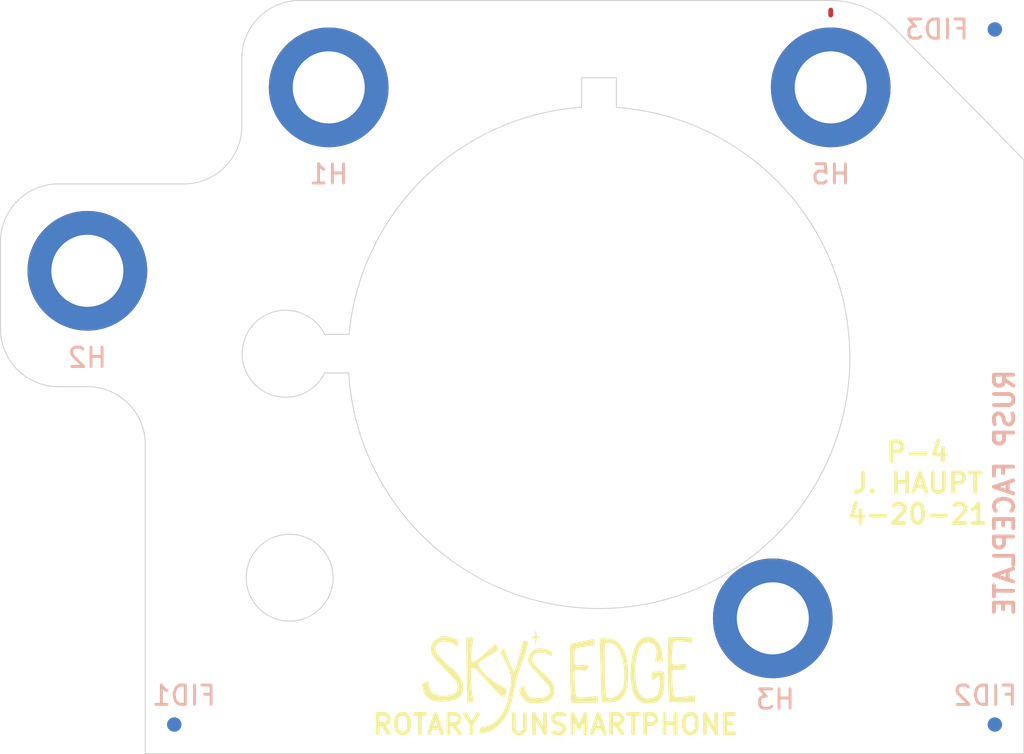
<source format=kicad_pcb>
(kicad_pcb (version 20171130) (host pcbnew 5.1.6+dfsg1-1~bpo10+1)

  (general
    (thickness 1.6)
    (drawings 31)
    (tracks 1)
    (zones 0)
    (modules 8)
    (nets 1)
  )

  (page A4)
  (layers
    (0 F.Cu signal)
    (31 B.Cu signal)
    (32 B.Adhes user)
    (33 F.Adhes user)
    (34 B.Paste user)
    (35 F.Paste user)
    (36 B.SilkS user)
    (37 F.SilkS user)
    (38 B.Mask user)
    (39 F.Mask user)
    (40 Dwgs.User user)
    (41 Cmts.User user hide)
    (42 Eco1.User user)
    (43 Eco2.User user)
    (44 Edge.Cuts user)
    (45 Margin user)
    (46 B.CrtYd user hide)
    (47 F.CrtYd user hide)
    (48 B.Fab user hide)
    (49 F.Fab user hide)
  )

  (setup
    (last_trace_width 0.25)
    (trace_clearance 0.2)
    (zone_clearance 0.508)
    (zone_45_only no)
    (trace_min 0.2)
    (via_size 0.8)
    (via_drill 0.4)
    (via_min_size 0.4)
    (via_min_drill 0.3)
    (uvia_size 0.3)
    (uvia_drill 0.1)
    (uvias_allowed no)
    (uvia_min_size 0.2)
    (uvia_min_drill 0.1)
    (edge_width 0.05)
    (segment_width 0.2)
    (pcb_text_width 0.3)
    (pcb_text_size 1.5 1.5)
    (mod_edge_width 0.12)
    (mod_text_size 1 1)
    (mod_text_width 0.15)
    (pad_size 1.524 1.524)
    (pad_drill 0.762)
    (pad_to_mask_clearance 0.05)
    (aux_axis_origin 144.792 85.68)
    (grid_origin 118.292 81.18)
    (visible_elements FFFFFF7F)
    (pcbplotparams
      (layerselection 0x010fc_ffffffff)
      (usegerberextensions false)
      (usegerberattributes false)
      (usegerberadvancedattributes true)
      (creategerberjobfile true)
      (excludeedgelayer true)
      (linewidth 0.100000)
      (plotframeref false)
      (viasonmask false)
      (mode 1)
      (useauxorigin false)
      (hpglpennumber 1)
      (hpglpenspeed 20)
      (hpglpendiameter 15.000000)
      (psnegative false)
      (psa4output false)
      (plotreference true)
      (plotvalue true)
      (plotinvisibletext false)
      (padsonsilk false)
      (subtractmaskfromsilk false)
      (outputformat 1)
      (mirror false)
      (drillshape 0)
      (scaleselection 1)
      (outputdirectory "Fab/"))
  )

  (net 0 "")

  (net_class Default "This is the default net class."
    (clearance 0.2)
    (trace_width 0.25)
    (via_dia 0.8)
    (via_drill 0.4)
    (uvia_dia 0.3)
    (uvia_drill 0.1)
  )

  (module Fiducial:Fiducial_0.75mm_Dia_1.5mm_Outer (layer B.Cu) (tedit 59FE0228) (tstamp 5FE2BEB8)
    (at 165.292 68.68)
    (descr "Circular Fiducial, 0.75mm bare copper top, 1.5mm keepout (Level B)")
    (tags fiducial)
    (path /602D8B6F)
    (attr smd)
    (fp_text reference FID3 (at -3 0) (layer B.SilkS)
      (effects (font (size 1 1) (thickness 0.15)) (justify mirror))
    )
    (fp_text value Fiducial (at 0 -2) (layer B.Fab)
      (effects (font (size 1 1) (thickness 0.15)) (justify mirror))
    )
    (fp_circle (center 0 0) (end 1 0) (layer B.CrtYd) (width 0.05))
    (fp_circle (center 0 0) (end 0.75 0) (layer B.Fab) (width 0.1))
    (fp_text user %R (at 0 0) (layer B.Fab)
      (effects (font (size 0.3 0.3) (thickness 0.05)) (justify mirror))
    )
    (pad "" smd circle (at 0 0) (size 0.75 0.75) (layers B.Cu B.Mask)
      (solder_mask_margin 0.375) (clearance 0.375))
  )

  (module MyFootprints:SkysEdge_18mm (layer F.Cu) (tedit 0) (tstamp 5FA77D51)
    (at 142.792 101.68)
    (fp_text reference G*** (at 0 0 180) (layer F.SilkS) hide
      (effects (font (size 1.524 1.524) (thickness 0.3)))
    )
    (fp_text value LOGO (at 0.75 0 180) (layer F.SilkS) hide
      (effects (font (size 1.524 1.524) (thickness 0.3)))
    )
    (fp_poly (pts (xy -1.717973 -1.317119) (xy -1.672029 -1.295121) (xy -1.668604 -1.289271) (xy -1.670147 -1.245319)
      (xy -1.687991 -1.157939) (xy -1.719611 -1.035612) (xy -1.762484 -0.886819) (xy -1.814085 -0.720042)
      (xy -1.871889 -0.543761) (xy -1.933374 -0.366458) (xy -1.98578 -0.223569) (xy -2.058535 -0.027433)
      (xy -2.119832 0.147001) (xy -2.173006 0.311495) (xy -2.221393 0.477813) (xy -2.26833 0.657717)
      (xy -2.317153 0.862969) (xy -2.371196 1.105334) (xy -2.398738 1.232568) (xy -2.467249 1.540254)
      (xy -2.530594 1.800019) (xy -2.590913 2.018674) (xy -2.650343 2.203029) (xy -2.711024 2.359895)
      (xy -2.775095 2.496084) (xy -2.822312 2.581413) (xy -2.937212 2.747587) (xy -3.085981 2.920456)
      (xy -3.252538 3.083178) (xy -3.420804 3.218914) (xy -3.451087 3.239892) (xy -3.567528 3.307685)
      (xy -3.695358 3.364947) (xy -3.824946 3.409501) (xy -3.94666 3.439169) (xy -4.050869 3.451777)
      (xy -4.127942 3.445147) (xy -4.168248 3.417103) (xy -4.171839 3.402772) (xy -4.17187 3.306794)
      (xy -4.162137 3.222422) (xy -4.145175 3.169717) (xy -4.141843 3.165442) (xy -4.10542 3.149782)
      (xy -4.029598 3.129723) (xy -3.929567 3.109185) (xy -3.911056 3.105894) (xy -3.722291 3.059372)
      (xy -3.556859 2.985694) (xy -3.400953 2.876875) (xy -3.240766 2.724929) (xy -3.227032 2.710328)
      (xy -3.08008 2.533535) (xy -2.955078 2.338776) (xy -2.849607 2.119571) (xy -2.76125 1.869438)
      (xy -2.687587 1.581898) (xy -2.626201 1.25047) (xy -2.591644 1.007718) (xy -2.570408 0.835882)
      (xy -2.557287 0.695527) (xy -2.554431 0.576233) (xy -2.563987 0.467583) (xy -2.588102 0.35916)
      (xy -2.628925 0.240545) (xy -2.688601 0.101322) (xy -2.76928 -0.068927) (xy -2.845796 -0.225137)
      (xy -3.092375 -0.726185) (xy -3.04396 -0.808819) (xy -2.991244 -0.880825) (xy -2.937009 -0.927202)
      (xy -2.893619 -0.938412) (xy -2.883554 -0.932539) (xy -2.869746 -0.898156) (xy -2.850573 -0.824929)
      (xy -2.830088 -0.728422) (xy -2.829294 -0.724275) (xy -2.802692 -0.620759) (xy -2.758434 -0.486322)
      (xy -2.703077 -0.339672) (xy -2.652991 -0.221168) (xy -2.57407 -0.047977) (xy -2.512371 0.078316)
      (xy -2.464471 0.162029) (xy -2.426948 0.207478) (xy -2.396379 0.218977) (xy -2.369342 0.200845)
      (xy -2.346554 0.165306) (xy -2.32645 0.115404) (xy -2.294702 0.021987) (xy -2.254194 -0.105186)
      (xy -2.207807 -0.256358) (xy -2.158424 -0.421769) (xy -2.108926 -0.591662) (xy -2.062198 -0.756279)
      (xy -2.02112 -0.905861) (xy -1.988575 -1.030651) (xy -1.96949 -1.11125) (xy -1.923205 -1.325217)
      (xy -1.802802 -1.325217) (xy -1.717973 -1.317119)) (layer F.SilkS) (width 0.01))
    (fp_poly (pts (xy -0.858879 -0.930019) (xy -0.672785 -0.878535) (xy -0.655707 -0.872351) (xy -0.44174 -0.793256)
      (xy -0.44174 -0.674344) (xy -0.447214 -0.597823) (xy -0.460956 -0.547423) (xy -0.46745 -0.539543)
      (xy -0.503805 -0.544105) (xy -0.565555 -0.574141) (xy -0.595476 -0.593086) (xy -0.734397 -0.664467)
      (xy -0.892717 -0.709408) (xy -1.053694 -0.725819) (xy -1.200585 -0.711611) (xy -1.290886 -0.67989)
      (xy -1.38624 -0.602052) (xy -1.444384 -0.494722) (xy -1.461618 -0.372289) (xy -1.434243 -0.249147)
      (xy -1.412449 -0.206909) (xy -1.382769 -0.162198) (xy -1.344449 -0.11344) (xy -1.292145 -0.055182)
      (xy -1.220512 0.018031) (xy -1.124206 0.11165) (xy -0.997883 0.231131) (xy -0.836199 0.381926)
      (xy -0.827482 0.390023) (xy -0.662163 0.54843) (xy -0.536012 0.682484) (xy -0.443696 0.800522)
      (xy -0.379879 0.91088) (xy -0.339229 1.021893) (xy -0.316411 1.141897) (xy -0.310824 1.197451)
      (xy -0.319206 1.387377) (xy -0.374169 1.552502) (xy -0.472126 1.687785) (xy -0.609488 1.788187)
      (xy -0.773044 1.846633) (xy -0.896729 1.866333) (xy -1.052475 1.880698) (xy -1.220995 1.888969)
      (xy -1.383003 1.890381) (xy -1.519211 1.884175) (xy -1.570606 1.878135) (xy -1.739084 1.825221)
      (xy -1.883756 1.72649) (xy -1.999008 1.588258) (xy -2.079227 1.416842) (xy -2.11344 1.267303)
      (xy -2.121473 1.188234) (xy -2.111227 1.142112) (xy -2.073519 1.107421) (xy -2.035153 1.083886)
      (xy -1.936989 1.028613) (xy -1.875746 1.006669) (xy -1.841761 1.021738) (xy -1.825372 1.077505)
      (xy -1.817597 1.166819) (xy -1.789494 1.329108) (xy -1.726374 1.454435) (xy -1.625359 1.544936)
      (xy -1.483567 1.602748) (xy -1.298116 1.630008) (xy -1.189334 1.632855) (xy -0.982977 1.619936)
      (xy -0.811107 1.584493) (xy -0.6798 1.528336) (xy -0.597472 1.456514) (xy -0.556352 1.361197)
      (xy -0.54388 1.239457) (xy -0.560227 1.112178) (xy -0.593918 1.020883) (xy -0.627323 0.973639)
      (xy -0.693252 0.894654) (xy -0.785176 0.791222) (xy -0.896565 0.67064) (xy -1.020888 0.5402)
      (xy -1.062572 0.497328) (xy -1.255944 0.294658) (xy -1.409212 0.122021) (xy -1.525035 -0.025479)
      (xy -1.606073 -0.152741) (xy -1.654987 -0.264661) (xy -1.674435 -0.366137) (xy -1.667078 -0.462067)
      (xy -1.635576 -0.557346) (xy -1.635495 -0.557529) (xy -1.548303 -0.70019) (xy -1.426894 -0.826926)
      (xy -1.315386 -0.90406) (xy -1.192365 -0.943367) (xy -1.036134 -0.951824) (xy -0.858879 -0.930019)) (layer F.SilkS) (width 0.01))
    (fp_poly (pts (xy 4.561661 -1.540804) (xy 4.643812 -1.526419) (xy 4.696827 -1.515181) (xy 4.859886 -1.452904)
      (xy 4.998873 -1.342272) (xy 5.112596 -1.185184) (xy 5.199863 -0.983538) (xy 5.25948 -0.739234)
      (xy 5.280176 -0.586158) (xy 5.291075 -0.467327) (xy 5.297704 -0.370555) (xy 5.299371 -0.307918)
      (xy 5.297123 -0.290747) (xy 5.265678 -0.282188) (xy 5.194473 -0.271065) (xy 5.098744 -0.259746)
      (xy 5.096038 -0.259468) (xy 4.906848 -0.240085) (xy 4.92166 -0.320205) (xy 4.934924 -0.391784)
      (xy 4.953491 -0.491765) (xy 4.96729 -0.565978) (xy 4.983948 -0.758642) (xy 4.960887 -0.926187)
      (xy 4.902228 -1.063977) (xy 4.812095 -1.167373) (xy 4.69461 -1.231737) (xy 4.553897 -1.252431)
      (xy 4.394077 -1.224817) (xy 4.384425 -1.221674) (xy 4.267646 -1.165166) (xy 4.16884 -1.077051)
      (xy 4.085579 -0.9527) (xy 4.015431 -0.787489) (xy 3.955968 -0.57679) (xy 3.904758 -0.315976)
      (xy 3.902915 -0.30485) (xy 3.881186 -0.11033) (xy 3.871904 0.119895) (xy 3.874623 0.367836)
      (xy 3.8889 0.615507) (xy 3.914291 0.844921) (xy 3.934265 0.964225) (xy 3.996317 1.200883)
      (xy 4.080724 1.387362) (xy 4.188051 1.524219) (xy 4.318863 1.612011) (xy 4.473726 1.651295)
      (xy 4.626639 1.646699) (xy 4.802405 1.602624) (xy 4.941552 1.522285) (xy 5.04556 1.403505)
      (xy 5.115904 1.24411) (xy 5.154064 1.041924) (xy 5.162449 0.857761) (xy 5.158946 0.694025)
      (xy 5.147225 0.581838) (xy 5.124559 0.517806) (xy 5.088219 0.498533) (xy 5.035478 0.520625)
      (xy 4.963607 0.580687) (xy 4.950157 0.593587) (xy 4.861945 0.664809) (xy 4.795571 0.685441)
      (xy 4.750531 0.655244) (xy 4.726324 0.573979) (xy 4.721509 0.484533) (xy 4.724668 0.389023)
      (xy 4.73978 0.325503) (xy 4.776338 0.286915) (xy 4.843834 0.266202) (xy 4.951759 0.256305)
      (xy 5.033067 0.252868) (xy 5.155041 0.248875) (xy 5.245744 0.251617) (xy 5.30952 0.268008)
      (xy 5.35071 0.304961) (xy 5.373657 0.369386) (xy 5.382702 0.468198) (xy 5.382187 0.608308)
      (xy 5.376456 0.796628) (xy 5.376368 0.799378) (xy 5.368494 0.99458) (xy 5.358171 1.145975)
      (xy 5.344114 1.264962) (xy 5.325034 1.362936) (xy 5.304435 1.436552) (xy 5.225889 1.613037)
      (xy 5.116912 1.748453) (xy 4.981148 1.838351) (xy 4.972438 1.842112) (xy 4.875295 1.868586)
      (xy 4.74255 1.886192) (xy 4.593217 1.894218) (xy 4.446306 1.891952) (xy 4.320828 1.878682)
      (xy 4.27409 1.868278) (xy 4.102569 1.797985) (xy 3.964448 1.691508) (xy 3.855339 1.544029)
      (xy 3.77085 1.350734) (xy 3.753934 1.297609) (xy 3.702353 1.07357) (xy 3.667448 0.810108)
      (xy 3.649097 0.520402) (xy 3.647179 0.217631) (xy 3.661574 -0.085028) (xy 3.692159 -0.374396)
      (xy 3.738815 -0.637294) (xy 3.772954 -0.77164) (xy 3.856092 -1.011527) (xy 3.953211 -1.20125)
      (xy 4.067371 -1.344771) (xy 4.201633 -1.446052) (xy 4.337931 -1.503116) (xy 4.432099 -1.529938)
      (xy 4.498883 -1.542239) (xy 4.561661 -1.540804)) (layer F.SilkS) (width 0.01))
    (fp_poly (pts (xy 1.760139 -1.399635) (xy 1.765015 -1.334377) (xy 1.768731 -1.252621) (xy 1.770363 -1.173724)
      (xy 1.769516 -1.125054) (xy 1.757763 -1.095944) (xy 1.718071 -1.080842) (xy 1.637828 -1.075491)
      (xy 1.62201 -1.075271) (xy 1.537079 -1.06978) (xy 1.414674 -1.055951) (xy 1.27154 -1.035906)
      (xy 1.13224 -1.013152) (xy 0.983576 -0.986395) (xy 0.876028 -0.960554) (xy 0.802705 -0.926769)
      (xy 0.756712 -0.876178) (xy 0.731155 -0.79992) (xy 0.719141 -0.689135) (xy 0.713775 -0.534961)
      (xy 0.712296 -0.473361) (xy 0.709709 -0.322171) (xy 0.714843 -0.209819) (xy 0.734447 -0.131827)
      (xy 0.775271 -0.083719) (xy 0.844065 -0.061018) (xy 0.947579 -0.059248) (xy 1.092564 -0.073931)
      (xy 1.276357 -0.099254) (xy 1.369827 -0.103512) (xy 1.421078 -0.078879) (xy 1.435373 -0.018781)
      (xy 1.419069 0.078974) (xy 1.394239 0.179457) (xy 1.08265 0.179457) (xy 0.939245 0.181024)
      (xy 0.841899 0.186465) (xy 0.781521 0.196884) (xy 0.749022 0.21339) (xy 0.742511 0.22087)
      (xy 0.733263 0.263075) (xy 0.727925 0.350056) (xy 0.726208 0.471531) (xy 0.727823 0.617217)
      (xy 0.73248 0.776832) (xy 0.739889 0.940096) (xy 0.749762 1.096725) (xy 0.761808 1.236438)
      (xy 0.773925 1.336868) (xy 0.790075 1.441909) (xy 0.808844 1.515727) (xy 0.839182 1.563329)
      (xy 0.890039 1.589726) (xy 0.970365 1.599927) (xy 1.089111 1.59894) (xy 1.231294 1.592851)
      (xy 1.380473 1.584066) (xy 1.521868 1.57211) (xy 1.639885 1.558527) (xy 1.718928 1.544863)
      (xy 1.721077 1.544332) (xy 1.826833 1.523246) (xy 1.890606 1.530104) (xy 1.921552 1.572023)
      (xy 1.928829 1.656125) (xy 1.927094 1.704503) (xy 1.918804 1.863587) (xy 1.239723 1.870962)
      (xy 0.560643 1.878338) (xy 0.542867 1.567107) (xy 0.536653 1.436487) (xy 0.530629 1.269125)
      (xy 0.524889 1.07204) (xy 0.519526 0.852251) (xy 0.514634 0.616777) (xy 0.510309 0.372638)
      (xy 0.506643 0.126851) (xy 0.50373 -0.113562) (xy 0.501666 -0.341584) (xy 0.500542 -0.550196)
      (xy 0.500455 -0.732377) (xy 0.501497 -0.88111) (xy 0.503763 -0.989374) (xy 0.507346 -1.050151)
      (xy 0.507775 -1.053308) (xy 0.527131 -1.181726) (xy 0.684598 -1.21075) (xy 0.766132 -1.226675)
      (xy 0.888206 -1.251651) (xy 1.037426 -1.282885) (xy 1.2004 -1.317587) (xy 1.29502 -1.338001)
      (xy 1.445125 -1.37006) (xy 1.575062 -1.396875) (xy 1.675842 -1.416666) (xy 1.738477 -1.427654)
      (xy 1.755025 -1.429038) (xy 1.760139 -1.399635)) (layer F.SilkS) (width 0.01))
    (fp_poly (pts (xy -4.511914 -1.443872) (xy -4.552351 -1.238144) (xy -4.585588 -1.032664) (xy -4.610842 -0.836176)
      (xy -4.627331 -0.657427) (xy -4.63427 -0.505161) (xy -4.630877 -0.388124) (xy -4.616368 -0.315062)
      (xy -4.613525 -0.309062) (xy -4.580803 -0.266449) (xy -4.537399 -0.248339) (xy -4.478604 -0.257053)
      (xy -4.39971 -0.29491) (xy -4.29601 -0.364228) (xy -4.162796 -0.467328) (xy -3.995359 -0.606527)
      (xy -3.975653 -0.623289) (xy -3.854803 -0.729268) (xy -3.726302 -0.846847) (xy -3.610228 -0.95747)
      (xy -3.56232 -1.005197) (xy -3.48172 -1.084909) (xy -3.414606 -1.146877) (xy -3.370801 -1.182239)
      (xy -3.360637 -1.187174) (xy -3.338341 -1.163925) (xy -3.303231 -1.103371) (xy -3.268123 -1.030042)
      (xy -3.198632 -0.872911) (xy -3.26274 -0.823564) (xy -3.306587 -0.793518) (xy -3.388729 -0.740573)
      (xy -3.500198 -0.670381) (xy -3.632026 -0.588595) (xy -3.756621 -0.512215) (xy -3.897929 -0.424718)
      (xy -4.025497 -0.343197) (xy -4.130645 -0.273398) (xy -4.204693 -0.221069) (xy -4.237252 -0.194016)
      (xy -4.263027 -0.157325) (xy -4.269615 -0.117396) (xy -4.253408 -0.066187) (xy -4.210798 0.004345)
      (xy -4.138176 0.102241) (xy -4.06033 0.200341) (xy -3.795841 0.489357) (xy -3.503148 0.732264)
      (xy -3.176933 0.933202) (xy -3.02166 1.009272) (xy -2.908563 1.064936) (xy -2.836799 1.116639)
      (xy -2.801687 1.176449) (xy -2.798549 1.256432) (xy -2.822706 1.368657) (xy -2.848317 1.456359)
      (xy -2.874798 1.518274) (xy -2.916818 1.542591) (xy -2.970468 1.546087) (xy -3.02358 1.540306)
      (xy -3.073248 1.517441) (xy -3.131621 1.46921) (xy -3.210845 1.387331) (xy -3.223538 1.373533)
      (xy -3.303687 1.287069) (xy -3.4092 1.174606) (xy -3.527118 1.049893) (xy -3.644479 0.926682)
      (xy -3.659407 0.911087) (xy -3.782329 0.781099) (xy -3.913494 0.639639) (xy -4.037455 0.503521)
      (xy -4.138762 0.389559) (xy -4.141408 0.386522) (xy -4.253172 0.259728) (xy -4.336849 0.169627)
      (xy -4.399353 0.110205) (xy -4.447597 0.075447) (xy -4.488496 0.059341) (xy -4.521608 0.055831)
      (xy -4.562392 0.062867) (xy -4.592979 0.088915) (xy -4.614365 0.140035) (xy -4.627548 0.222287)
      (xy -4.633524 0.341731) (xy -4.63329 0.504424) (xy -4.62824 0.704022) (xy -4.613875 0.999265)
      (xy -4.59107 1.257562) (xy -4.560593 1.470455) (xy -4.55678 1.49087) (xy -4.53381 1.613388)
      (xy -4.515361 1.71725) (xy -4.503667 1.789539) (xy -4.500672 1.815272) (xy -4.524598 1.837717)
      (xy -4.598853 1.848542) (xy -4.652932 1.849783) (xy -4.754389 1.843479) (xy -4.808897 1.825307)
      (xy -4.816286 1.815272) (xy -4.819259 1.78024) (xy -4.822876 1.696238) (xy -4.827012 1.569506)
      (xy -4.831545 1.406286) (xy -4.836352 1.212819) (xy -4.841308 0.995346) (xy -4.846292 0.760108)
      (xy -4.851179 0.513347) (xy -4.855846 0.261304) (xy -4.86017 0.010219) (xy -4.864027 -0.233664)
      (xy -4.867295 -0.464107) (xy -4.869849 -0.674866) (xy -4.871567 -0.859701) (xy -4.872326 -1.012371)
      (xy -4.872339 -1.021522) (xy -4.872935 -1.504674) (xy -4.684093 -1.512894) (xy -4.495252 -1.521114)
      (xy -4.511914 -1.443872)) (layer F.SilkS) (width 0.01))
    (fp_poly (pts (xy 2.339837 -1.458524) (xy 2.48659 -1.450979) (xy 2.594728 -1.438865) (xy 2.680832 -1.41915)
      (xy 2.761481 -1.388805) (xy 2.788478 -1.376526) (xy 2.978764 -1.257146) (xy 3.140546 -1.09122)
      (xy 3.273418 -0.879737) (xy 3.376973 -0.623687) (xy 3.450804 -0.324057) (xy 3.494506 0.018163)
      (xy 3.507752 0.372718) (xy 3.495573 0.717335) (xy 3.458682 1.013515) (xy 3.39657 1.262451)
      (xy 3.308729 1.465338) (xy 3.19465 1.623369) (xy 3.053824 1.737737) (xy 2.896524 1.806522)
      (xy 2.807639 1.825415) (xy 2.693005 1.83925) (xy 2.564714 1.847886) (xy 2.434853 1.851183)
      (xy 2.315515 1.849002) (xy 2.218789 1.841203) (xy 2.156764 1.827645) (xy 2.140642 1.815272)
      (xy 2.138215 1.783408) (xy 2.134444 1.702363) (xy 2.129517 1.578148) (xy 2.123618 1.416778)
      (xy 2.116932 1.224268) (xy 2.109646 1.00663) (xy 2.101944 0.769878) (xy 2.094012 0.520026)
      (xy 2.086036 0.263089) (xy 2.0782 0.005079) (xy 2.070691 -0.247989) (xy 2.063693 -0.490102)
      (xy 2.062436 -0.535029) (xy 2.292208 -0.535029) (xy 2.292235 -0.294698) (xy 2.292327 -0.171583)
      (xy 2.294034 0.207588) (xy 2.29846 0.545313) (xy 2.30551 0.83961) (xy 2.315091 1.088501)
      (xy 2.327109 1.290005) (xy 2.341471 1.442142) (xy 2.358083 1.542933) (xy 2.375573 1.588977)
      (xy 2.423204 1.618291) (xy 2.49374 1.636703) (xy 2.563637 1.645733) (xy 2.608925 1.652066)
      (xy 2.609021 1.652082) (xy 2.646467 1.643124) (xy 2.717498 1.615413) (xy 2.802282 1.57703)
      (xy 2.967127 1.479006) (xy 3.094302 1.356405) (xy 3.196667 1.195987) (xy 3.221124 1.145761)
      (xy 3.250939 1.077774) (xy 3.27226 1.015553) (xy 3.286839 0.94729) (xy 3.296429 0.861176)
      (xy 3.302782 0.745403) (xy 3.307651 0.588164) (xy 3.30843 0.557549) (xy 3.30423 0.220001)
      (xy 3.275126 -0.091278) (xy 3.222625 -0.372758) (xy 3.148233 -0.620906) (xy 3.053455 -0.832193)
      (xy 2.939798 -1.003086) (xy 2.808767 -1.130056) (xy 2.661869 -1.209571) (xy 2.543526 -1.235813)
      (xy 2.450493 -1.237121) (xy 2.372558 -1.225285) (xy 2.350764 -1.216937) (xy 2.335392 -1.207697)
      (xy 2.322943 -1.194489) (xy 2.313116 -1.171884) (xy 2.305607 -1.134456) (xy 2.300112 -1.076778)
      (xy 2.296328 -0.993424) (xy 2.293952 -0.878965) (xy 2.29268 -0.727976) (xy 2.292208 -0.535029)
      (xy 2.062436 -0.535029) (xy 2.057393 -0.715246) (xy 2.051975 -0.917408) (xy 2.047625 -1.090572)
      (xy 2.044529 -1.228726) (xy 2.042872 -1.325856) (xy 2.042648 -1.362782) (xy 2.043043 -1.469369)
      (xy 2.339837 -1.458524)) (layer F.SilkS) (width 0.01))
    (fp_poly (pts (xy 6.41235 -1.529462) (xy 6.495885 -1.526203) (xy 6.814306 -1.510521) (xy 6.823902 -1.409902)
      (xy 6.828422 -1.302586) (xy 6.81207 -1.239783) (xy 6.767516 -1.216647) (xy 6.687425 -1.228333)
      (xy 6.595047 -1.258694) (xy 6.509263 -1.28012) (xy 6.394347 -1.295797) (xy 6.264335 -1.305378)
      (xy 6.133263 -1.308515) (xy 6.015168 -1.304864) (xy 5.924086 -1.294077) (xy 5.87483 -1.276474)
      (xy 5.848297 -1.227936) (xy 5.823836 -1.133339) (xy 5.802624 -1.001835) (xy 5.785837 -0.842574)
      (xy 5.774651 -0.664708) (xy 5.770242 -0.477388) (xy 5.770217 -0.462548) (xy 5.770299 -0.327111)
      (xy 5.775227 -0.226695) (xy 5.792028 -0.157083) (xy 5.827726 -0.114057) (xy 5.889346 -0.093401)
      (xy 5.983914 -0.090897) (xy 6.118455 -0.102328) (xy 6.299994 -0.123477) (xy 6.329293 -0.126942)
      (xy 6.488043 -0.145646) (xy 6.488043 -0.020986) (xy 6.480231 0.063348) (xy 6.46033 0.123069)
      (xy 6.451336 0.134138) (xy 6.406489 0.148066) (xy 6.316094 0.157953) (xy 6.189728 0.162961)
      (xy 6.117179 0.163378) (xy 5.9942 0.164474) (xy 5.892472 0.168391) (xy 5.824175 0.174473)
      (xy 5.801875 0.180365) (xy 5.794065 0.215916) (xy 5.789488 0.296402) (xy 5.787917 0.411648)
      (xy 5.789124 0.551481) (xy 5.792883 0.705726) (xy 5.798965 0.86421) (xy 5.807144 1.016757)
      (xy 5.817193 1.153195) (xy 5.825455 1.235726) (xy 5.846324 1.38348) (xy 5.869162 1.480989)
      (xy 5.895216 1.533219) (xy 5.901579 1.539185) (xy 5.956091 1.557807) (xy 6.053499 1.56881)
      (xy 6.182004 1.572151) (xy 6.329807 1.56779) (xy 6.485109 1.555684) (xy 6.598478 1.541635)
      (xy 6.71205 1.526155) (xy 6.814931 1.514147) (xy 6.885789 1.508089) (xy 6.888369 1.507977)
      (xy 6.971195 1.504674) (xy 6.971195 1.835978) (xy 6.303614 1.843367) (xy 6.115722 1.844464)
      (xy 5.947414 1.843563) (xy 5.806305 1.840857) (xy 5.700011 1.836535) (xy 5.636146 1.830791)
      (xy 5.620848 1.826185) (xy 5.614918 1.790272) (xy 5.608794 1.705544) (xy 5.602599 1.578402)
      (xy 5.596454 1.415247) (xy 5.590484 1.22248) (xy 5.58481 1.006503) (xy 5.579555 0.773717)
      (xy 5.574843 0.530523) (xy 5.570794 0.283322) (xy 5.567533 0.038515) (xy 5.565182 -0.197496)
      (xy 5.563864 -0.41831) (xy 5.563701 -0.617527) (xy 5.564815 -0.788744) (xy 5.567331 -0.92556)
      (xy 5.567804 -0.941687) (xy 5.585493 -1.510656) (xy 5.881478 -1.526271) (xy 6.042826 -1.531504)
      (xy 6.229645 -1.532567) (xy 6.41235 -1.529462)) (layer F.SilkS) (width 0.01))
    (fp_poly (pts (xy -5.926705 -1.565325) (xy -5.820234 -1.543034) (xy -5.695437 -1.511051) (xy -5.566862 -1.473608)
      (xy -5.449052 -1.434933) (xy -5.356555 -1.399256) (xy -5.304635 -1.371401) (xy -5.281562 -1.3291)
      (xy -5.27879 -1.24972) (xy -5.283071 -1.205054) (xy -5.294764 -1.124084) (xy -5.306652 -1.06897)
      (xy -5.312004 -1.056402) (xy -5.339739 -1.063212) (xy -5.393819 -1.095699) (xy -5.416394 -1.111878)
      (xy -5.549168 -1.189553) (xy -5.706496 -1.248361) (xy -5.873645 -1.285791) (xy -6.035884 -1.299331)
      (xy -6.178481 -1.28647) (xy -6.266108 -1.256747) (xy -6.376825 -1.171187) (xy -6.449223 -1.055874)
      (xy -6.47842 -0.923904) (xy -6.459533 -0.78837) (xy -6.450118 -0.763328) (xy -6.389547 -0.660696)
      (xy -6.283094 -0.531564) (xy -6.132338 -0.377654) (xy -5.938854 -0.200692) (xy -5.922066 -0.186016)
      (xy -5.691343 0.019605) (xy -5.502467 0.199205) (xy -5.351765 0.358022) (xy -5.235568 0.501298)
      (xy -5.150205 0.63427) (xy -5.092005 0.762177) (xy -5.057297 0.89026) (xy -5.042411 1.023757)
      (xy -5.041213 1.071247) (xy -5.055823 1.263808) (xy -5.104246 1.423736) (xy -5.189264 1.553049)
      (xy -5.313663 1.653761) (xy -5.480226 1.72789) (xy -5.691737 1.777451) (xy -5.950979 1.80446)
      (xy -6.060109 1.809158) (xy -6.204829 1.811548) (xy -6.338056 1.810379) (xy -6.445538 1.805993)
      (xy -6.513025 1.798735) (xy -6.515653 1.79818) (xy -6.704703 1.728945) (xy -6.867685 1.613998)
      (xy -7.00041 1.458323) (xy -7.098692 1.266907) (xy -7.158342 1.044733) (xy -7.160614 1.030452)
      (xy -7.178265 0.915142) (xy -7.029957 0.830288) (xy -6.946824 0.785436) (xy -6.880756 0.754681)
      (xy -6.850498 0.745435) (xy -6.831059 0.771327) (xy -6.820456 0.842998) (xy -6.819079 0.890381)
      (xy -6.794145 1.075418) (xy -6.723064 1.23477) (xy -6.610323 1.362713) (xy -6.460408 1.453522)
      (xy -6.35 1.488839) (xy -6.171497 1.513439) (xy -5.976279 1.513703) (xy -5.781685 1.491603)
      (xy -5.605059 1.449112) (xy -5.463742 1.388205) (xy -5.463304 1.387947) (xy -5.372321 1.304152)
      (xy -5.320268 1.188385) (xy -5.308522 1.049156) (xy -5.338463 0.894976) (xy -5.370221 0.813348)
      (xy -5.407968 0.755867) (xy -5.482963 0.66484) (xy -5.591774 0.544059) (xy -5.730968 0.397316)
      (xy -5.897114 0.228401) (xy -5.924541 0.200995) (xy -6.130149 -0.006693) (xy -6.297848 -0.182953)
      (xy -6.431177 -0.332841) (xy -6.533674 -0.461412) (xy -6.608878 -0.573723) (xy -6.660327 -0.67483)
      (xy -6.69156 -0.769787) (xy -6.706115 -0.863652) (xy -6.708307 -0.918876) (xy -6.692001 -1.069194)
      (xy -6.637176 -1.20195) (xy -6.537227 -1.331781) (xy -6.508785 -1.361146) (xy -6.353458 -1.479211)
      (xy -6.173892 -1.551655) (xy -6.000304 -1.573695) (xy -5.926705 -1.565325)) (layer F.SilkS) (width 0.01))
    (fp_poly (pts (xy -1.264948 -1.755005) (xy -1.244835 -1.646516) (xy -1.215115 -1.582662) (xy -1.16801 -1.55289)
      (xy -1.11125 -1.54651) (xy -1.058892 -1.537062) (xy -1.052789 -1.516659) (xy -1.088247 -1.495635)
      (xy -1.138859 -1.485716) (xy -1.189466 -1.477982) (xy -1.218127 -1.45796) (xy -1.233657 -1.411758)
      (xy -1.244872 -1.325484) (xy -1.245759 -1.317248) (xy -1.259059 -1.221877) (xy -1.273525 -1.159764)
      (xy -1.286497 -1.136576) (xy -1.295318 -1.15798) (xy -1.297609 -1.20673) (xy -1.305513 -1.338085)
      (xy -1.331252 -1.423532) (xy -1.377862 -1.470359) (xy -1.412357 -1.482069) (xy -1.47764 -1.502339)
      (xy -1.506596 -1.525112) (xy -1.493457 -1.542242) (xy -1.457988 -1.54651) (xy -1.39365 -1.554755)
      (xy -1.352481 -1.585783) (xy -1.326537 -1.6506) (xy -1.308801 -1.753152) (xy -1.28678 -1.918804)
      (xy -1.264948 -1.755005)) (layer F.SilkS) (width 0.01))
  )

  (module MyFootprints:SMTSO-M2-3ET (layer B.Cu) (tedit 5FA092A7) (tstamp 5FE2BE97)
    (at 130.792 71.68)
    (path /5FA09A68)
    (fp_text reference H1 (at 0 4.5) (layer B.SilkS)
      (effects (font (size 1 1) (thickness 0.15)) (justify mirror))
    )
    (fp_text value MountingHole (at -0.25 4.25) (layer B.Fab)
      (effects (font (size 1 1) (thickness 0.15)) (justify mirror))
    )
    (pad 1 thru_hole circle (at 0 0) (size 6.2 6.2) (drill 3.73) (layers *.Cu *.Mask))
  )

  (module MyFootprints:SMTSO-M2-3ET (layer B.Cu) (tedit 5FA092A7) (tstamp 5FE2BE85)
    (at 118.292 81.18)
    (path /5FA0A3C0)
    (fp_text reference H2 (at 0 4.5) (layer B.SilkS)
      (effects (font (size 1 1) (thickness 0.15)) (justify mirror))
    )
    (fp_text value MountingHole (at -0.25 4.25) (layer B.Fab)
      (effects (font (size 1 1) (thickness 0.15)) (justify mirror))
    )
    (pad 1 thru_hole circle (at 0 0) (size 6.2 6.2) (drill 3.73) (layers *.Cu *.Mask))
  )

  (module MyFootprints:SMTSO-M2-3ET (layer B.Cu) (tedit 5FA092A7) (tstamp 5FE2BECD)
    (at 153.792 99.18)
    (path /5FA0A670)
    (fp_text reference H3 (at 0.132 4.198) (layer B.SilkS)
      (effects (font (size 1 1) (thickness 0.15)) (justify mirror))
    )
    (fp_text value MountingHole (at -0.25 4.25) (layer B.Fab)
      (effects (font (size 1 1) (thickness 0.15)) (justify mirror))
    )
    (pad 1 thru_hole circle (at 0 0) (size 6.2 6.2) (drill 3.73) (layers *.Cu *.Mask))
  )

  (module MyFootprints:SMTSO-M2-3ET (layer B.Cu) (tedit 5FA092A7) (tstamp 5FE2BED9)
    (at 156.792 71.68)
    (path /5FA0AD78)
    (fp_text reference H5 (at 0 4.5) (layer B.SilkS)
      (effects (font (size 1 1) (thickness 0.15)) (justify mirror))
    )
    (fp_text value MountingHole (at -0.25 4.25) (layer B.Fab)
      (effects (font (size 1 1) (thickness 0.15)) (justify mirror))
    )
    (pad 1 thru_hole circle (at 0 0) (size 6.2 6.2) (drill 3.73) (layers *.Cu *.Mask))
  )

  (module Fiducial:Fiducial_0.75mm_Dia_1.5mm_Outer (layer B.Cu) (tedit 59FE0228) (tstamp 5FE2BF00)
    (at 122.792 104.68)
    (descr "Circular Fiducial, 0.75mm bare copper top, 1.5mm keepout (Level B)")
    (tags fiducial)
    (path /602D4396)
    (attr smd)
    (fp_text reference FID1 (at 0.5 -1.5) (layer B.SilkS)
      (effects (font (size 1 1) (thickness 0.15)) (justify mirror))
    )
    (fp_text value Fiducial (at 0 -2) (layer B.Fab)
      (effects (font (size 1 1) (thickness 0.15)) (justify mirror))
    )
    (fp_circle (center 0 0) (end 1 0) (layer B.CrtYd) (width 0.05))
    (fp_circle (center 0 0) (end 0.75 0) (layer B.Fab) (width 0.1))
    (fp_text user %R (at 0 0) (layer B.Fab)
      (effects (font (size 0.3 0.3) (thickness 0.05)) (justify mirror))
    )
    (pad "" smd circle (at 0 0) (size 0.75 0.75) (layers B.Cu B.Mask)
      (solder_mask_margin 0.375) (clearance 0.375))
  )

  (module Fiducial:Fiducial_0.75mm_Dia_1.5mm_Outer (layer B.Cu) (tedit 59FE0228) (tstamp 5FE2BF3C)
    (at 165.292 104.68)
    (descr "Circular Fiducial, 0.75mm bare copper top, 1.5mm keepout (Level B)")
    (tags fiducial)
    (path /602D88DC)
    (attr smd)
    (fp_text reference FID2 (at -0.5 -1.5) (layer B.SilkS)
      (effects (font (size 1 1) (thickness 0.15)) (justify mirror))
    )
    (fp_text value Fiducial (at 0 -2) (layer B.Fab)
      (effects (font (size 1 1) (thickness 0.15)) (justify mirror))
    )
    (fp_circle (center 0 0) (end 0.75 0) (layer B.Fab) (width 0.1))
    (fp_circle (center 0 0) (end 1 0) (layer B.CrtYd) (width 0.05))
    (fp_text user %R (at 0 0) (layer B.Fab)
      (effects (font (size 0.3 0.3) (thickness 0.05)) (justify mirror))
    )
    (pad "" smd circle (at 0 0) (size 0.75 0.75) (layers B.Cu B.Mask)
      (solder_mask_margin 0.375) (clearance 0.375))
  )

  (gr_line (start 159.973981 68.498019) (end 166.792 75.43) (layer Edge.Cuts) (width 0.05))
  (gr_arc (start 156.792 71.68) (end 156.792 67.18) (angle 45) (layer Edge.Cuts) (width 0.05))
  (gr_arc (start 118.292 90.18) (end 121.292 90.18) (angle -90) (layer Edge.Cuts) (width 0.05))
  (gr_arc (start 116.792 84.18) (end 113.792 84.18) (angle -90) (layer Edge.Cuts) (width 0.05))
  (gr_arc (start 129.292 70.18) (end 129.292 67.18) (angle -90) (layer Edge.Cuts) (width 0.05))
  (gr_arc (start 123.292 73.68) (end 123.292 76.68) (angle -90) (layer Edge.Cuts) (width 0.05))
  (gr_arc (start 116.792 79.68) (end 116.792 76.68) (angle -90) (layer Edge.Cuts) (width 0.05))
  (gr_text "ROTARY  UNSMARTPHONE" (at 142.542 104.68) (layer F.SilkS) (tstamp 607F799D)
    (effects (font (size 1 1) (thickness 0.2)))
  )
  (gr_line (start 121.292 90.18) (end 121.292 106.18) (layer Edge.Cuts) (width 0.05))
  (gr_line (start 116.792 87.18) (end 118.292 87.18) (layer Edge.Cuts) (width 0.05))
  (gr_line (start 113.792 79.68) (end 113.792 84.18) (layer Edge.Cuts) (width 0.05))
  (gr_line (start 166.792 106.18) (end 121.292 106.18) (layer Edge.Cuts) (width 0.05))
  (gr_line (start 166.792 75.43) (end 166.792 106.18) (layer Edge.Cuts) (width 0.05))
  (gr_line (start 129.292 67.18) (end 156.792 67.18) (layer Edge.Cuts) (width 0.05))
  (gr_line (start 126.292 73.68) (end 126.292 70.18) (layer Edge.Cuts) (width 0.05))
  (gr_line (start 116.792 76.68) (end 123.292 76.68) (layer Edge.Cuts) (width 0.05))
  (gr_line (start 144.79 85.68) (end 164.99 85.68) (layer Dwgs.User) (width 0.15) (tstamp 5FE2BEEB))
  (gr_line (start 144.79 85.68) (end 144.79 70.32) (layer Dwgs.User) (width 0.15) (tstamp 5FE2BF54))
  (gr_line (start 131.824821 86.469828) (end 130.586094 86.469688) (layer Edge.Cuts) (width 0.05) (tstamp 5FE2BEF4))
  (gr_arc (start 144.792 85.68) (end 145.691999 72.720001) (angle 262.5419404) (layer Edge.Cuts) (width 0.05) (tstamp 5FE2BEC7))
  (gr_line (start 131.848275 84.469652) (end 130.58 84.47) (layer Edge.Cuts) (width 0.05) (tstamp 5FE2BEA6))
  (gr_arc (start 128.563 85.476) (end 130.58 84.47) (angle -307.332778) (layer Edge.Cuts) (width 0.05) (tstamp 5FE2BEE2))
  (gr_line (start 144.792 85.68) (end 149.442 85.68) (layer Dwgs.User) (width 0.15) (tstamp 5FE2BF21))
  (gr_line (start 144.792 85.68) (end 144.792 80.63) (layer Dwgs.User) (width 0.15) (tstamp 5FE2BE7C))
  (gr_text "P-4\nJ. HAUPT\n4-20-21" (at 161.292 92.18) (layer F.SilkS) (tstamp 5FE2BE79)
    (effects (font (size 1 1) (thickness 0.2)))
  )
  (gr_text "RUSP FACEPLATE" (at 165.792 92.68 90) (layer B.SilkS) (tstamp 5FE2BF27)
    (effects (font (size 1 1) (thickness 0.2)) (justify mirror))
  )
  (gr_circle (center 128.768 97.074) (end 131.018 97.074) (layer Edge.Cuts) (width 0.05) (tstamp 5FE2BEE5))
  (gr_line (start 145.692 71.18) (end 145.691999 72.720001) (layer Edge.Cuts) (width 0.05) (tstamp 5FE2BF51))
  (gr_line (start 143.892 71.18) (end 145.692 71.18) (layer Edge.Cuts) (width 0.05) (tstamp 5FE2BEF1))
  (gr_line (start 143.892 72.711) (end 143.892 71.18) (layer Edge.Cuts) (width 0.05) (tstamp 5FE2BF4E))
  (gr_arc (start 144.792 85.68) (end 143.892 72.711) (angle -80.6881436) (layer Edge.Cuts) (width 0.05) (tstamp 5FE2BF33))

  (segment (start 156.792 67.68) (end 156.792 67.93) (width 0.25) (layer F.Cu) (net 0))

)

</source>
